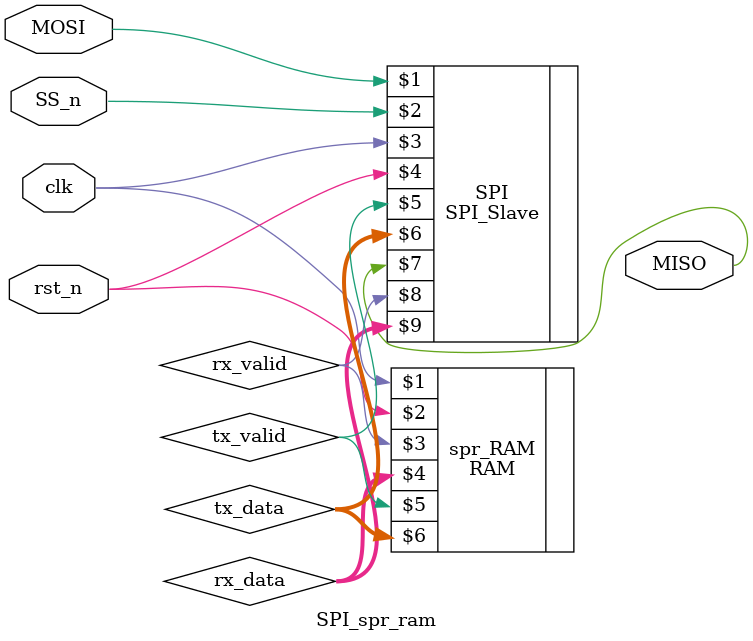
<source format=v>
module SPI_spr_ram #(
	parameter MEMDEPTH = 256,
	parameter MEMWIDTH = 8,
	parameter ADDR_SIZE = 8
	)(
	input clk, rst_n, SS_n, MOSI,
	output MISO
	);

	wire [9:0] rx_data;
	wire rx_valid;
	wire [7:0] tx_data;
	wire tx_valid;
	/*reg [MEMWIDTH-1:0] ram [MEMDEPTH-1:0];
	wire cs, ns;
	wire [3:0] count;
	assign cs = SPI.cs;
	assign ns = SPI.ns;
	assign count = SPI.count;
	always @(*) ram = spr_RAM.mem;*/

	SPI_Slave SPI(MOSI, SS_n, clk, rst_n, tx_valid, tx_data, MISO, rx_valid, rx_data);
	RAM #(MEMDEPTH, MEMWIDTH, ADDR_SIZE) spr_RAM(clk, rst_n, rx_valid, rx_data, tx_valid, tx_data);
endmodule
</source>
